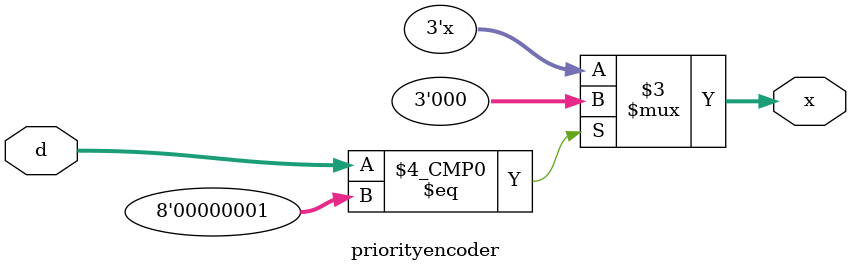
<source format=v>
`timescale 1ns / 1ps


module priorityencoder(
input [7:0]d,output [2:0]x
    );
    wire [7:0]d;
    reg [2:0]x;
    always@(d) begin
    casex(d) 
    8'b00000001:x=3'b000;
    endcase
    end
endmodule

</source>
